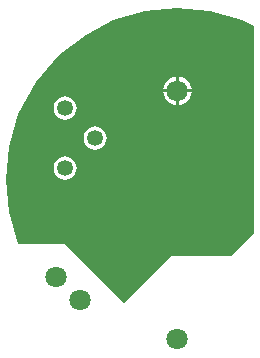
<source format=gbl>
%FSLAX25Y25*%
%MOIN*%
G70*
G01*
G75*
G04 Layer_Physical_Order=2*
G04 Layer_Color=16711680*
%ADD10C,0.01000*%
G04:AMPARAMS|DCode=11|XSize=31.5mil|YSize=98.43mil|CornerRadius=0mil|HoleSize=0mil|Usage=FLASHONLY|Rotation=45.000|XOffset=0mil|YOffset=0mil|HoleType=Round|Shape=Rectangle|*
%AMROTATEDRECTD11*
4,1,4,0.02366,-0.04593,-0.04593,0.02366,-0.02366,0.04593,0.04593,-0.02366,0.02366,-0.04593,0.0*
%
%ADD11ROTATEDRECTD11*%

G04:AMPARAMS|DCode=12|XSize=31.5mil|YSize=70.87mil|CornerRadius=0mil|HoleSize=0mil|Usage=FLASHONLY|Rotation=45.000|XOffset=0mil|YOffset=0mil|HoleType=Round|Shape=Rectangle|*
%AMROTATEDRECTD12*
4,1,4,0.01392,-0.03619,-0.03619,0.01392,-0.01392,0.03619,0.03619,-0.01392,0.01392,-0.03619,0.0*
%
%ADD12ROTATEDRECTD12*%

G04:AMPARAMS|DCode=13|XSize=86.61mil|YSize=118.11mil|CornerRadius=0mil|HoleSize=0mil|Usage=FLASHONLY|Rotation=45.000|XOffset=0mil|YOffset=0mil|HoleType=Round|Shape=Rectangle|*
%AMROTATEDRECTD13*
4,1,4,0.01114,-0.07238,-0.07238,0.01114,-0.01114,0.07238,0.07238,-0.01114,0.01114,-0.07238,0.0*
%
%ADD13ROTATEDRECTD13*%

%ADD14R,0.07874X0.06299*%
%ADD15R,0.03937X0.05512*%
G04:AMPARAMS|DCode=16|XSize=70.87mil|YSize=47.24mil|CornerRadius=0mil|HoleSize=0mil|Usage=FLASHONLY|Rotation=315.000|XOffset=0mil|YOffset=0mil|HoleType=Round|Shape=Rectangle|*
%AMROTATEDRECTD16*
4,1,4,-0.04176,0.00835,-0.00835,0.04176,0.04176,-0.00835,0.00835,-0.04176,-0.04176,0.00835,0.0*
%
%ADD16ROTATEDRECTD16*%

%ADD17R,0.04528X0.09449*%
G04:AMPARAMS|DCode=18|XSize=55.12mil|YSize=39.37mil|CornerRadius=0mil|HoleSize=0mil|Usage=FLASHONLY|Rotation=135.000|XOffset=0mil|YOffset=0mil|HoleType=Round|Shape=Rectangle|*
%AMROTATEDRECTD18*
4,1,4,0.03341,-0.00557,0.00557,-0.03341,-0.03341,0.00557,-0.00557,0.03341,0.03341,-0.00557,0.0*
%
%ADD18ROTATEDRECTD18*%

%ADD19R,0.05512X0.03937*%
%ADD20R,0.09449X0.04528*%
%ADD21C,0.01969*%
%ADD22C,0.03937*%
%ADD23C,0.07087*%
%ADD24C,0.00984*%
%ADD25C,0.02953*%
%ADD26C,0.07087*%
%ADD27C,0.31496*%
%ADD28C,0.05315*%
%ADD29C,0.04331*%
%ADD30C,0.47244*%
G36*
X10827Y56102D02*
X21654Y53150D01*
X25591Y51181D01*
Y-17717D01*
X17717Y-25591D01*
X-1969D01*
X-17717Y-41339D01*
X-37402Y-21654D01*
X-53150D01*
X-56102Y-10827D01*
X-57087Y0D01*
X-56102Y10827D01*
X-53150Y21654D01*
X-47244Y32480D01*
X-39370Y41339D01*
X-30512Y48228D01*
X-21654Y53150D01*
X-10827Y56102D01*
X0Y57087D01*
X10827Y56102D01*
D02*
G37*
%LPC*%
G36*
X-37402Y27651D02*
X-38404Y27519D01*
X-39337Y27132D01*
X-40139Y26517D01*
X-40755Y25715D01*
X-41141Y24782D01*
X-41273Y23779D01*
X-41141Y22777D01*
X-40755Y21844D01*
X-40139Y21042D01*
X-39337Y20426D01*
X-38404Y20040D01*
X-37402Y19908D01*
X-36399Y20040D01*
X-35466Y20426D01*
X-34664Y21042D01*
X-34049Y21844D01*
X-33662Y22777D01*
X-33530Y23779D01*
X-33662Y24782D01*
X-34049Y25715D01*
X-34664Y26517D01*
X-35466Y27132D01*
X-36399Y27519D01*
X-37402Y27651D01*
D02*
G37*
G36*
X-27402Y17651D02*
X-28404Y17519D01*
X-29337Y17132D01*
X-30139Y16517D01*
X-30755Y15715D01*
X-31141Y14782D01*
X-31273Y13780D01*
X-31141Y12777D01*
X-30755Y11844D01*
X-30139Y11042D01*
X-29337Y10426D01*
X-28404Y10040D01*
X-27402Y9908D01*
X-26399Y10040D01*
X-25466Y10426D01*
X-24664Y11042D01*
X-24049Y11844D01*
X-23662Y12777D01*
X-23530Y13780D01*
X-23662Y14782D01*
X-24049Y15715D01*
X-24664Y16517D01*
X-25466Y17132D01*
X-26399Y17519D01*
X-27402Y17651D01*
D02*
G37*
G36*
X-37402Y7651D02*
X-38404Y7519D01*
X-39337Y7132D01*
X-40139Y6517D01*
X-40755Y5715D01*
X-41141Y4782D01*
X-41273Y3779D01*
X-41141Y2778D01*
X-40755Y1844D01*
X-40139Y1042D01*
X-39337Y427D01*
X-38404Y40D01*
X-37402Y-92D01*
X-36399Y40D01*
X-35466Y427D01*
X-34664Y1042D01*
X-34049Y1844D01*
X-33662Y2778D01*
X-33530Y3779D01*
X-33662Y4782D01*
X-34049Y5715D01*
X-34664Y6517D01*
X-35466Y7132D01*
X-36399Y7519D01*
X-37402Y7651D01*
D02*
G37*
G36*
X-492Y34228D02*
X-1233Y34130D01*
X-2383Y33654D01*
X-3370Y32897D01*
X-4127Y31910D01*
X-4603Y30761D01*
X-4700Y30020D01*
X-492D01*
Y34228D01*
D02*
G37*
G36*
X492D02*
Y30020D01*
X4700D01*
X4603Y30761D01*
X4127Y31910D01*
X3370Y32897D01*
X2383Y33654D01*
X1233Y34130D01*
X492Y34228D01*
D02*
G37*
G36*
X-492Y29035D02*
X-4700D01*
X-4603Y28294D01*
X-4127Y27145D01*
X-3370Y26158D01*
X-2383Y25401D01*
X-1233Y24925D01*
X-492Y24827D01*
Y29035D01*
D02*
G37*
G36*
X4700D02*
X492D01*
Y24827D01*
X1233Y24925D01*
X2383Y25401D01*
X3370Y26158D01*
X4127Y27145D01*
X4603Y28294D01*
X4700Y29035D01*
D02*
G37*
%LPD*%
D26*
X0Y29528D02*
D03*
X-32480Y-40354D02*
D03*
X-40354Y-32480D02*
D03*
X0Y-53150D02*
D03*
D28*
X-37402Y23779D02*
D03*
X-27402Y13780D02*
D03*
X-37402Y3779D02*
D03*
D29*
X8858Y-8858D02*
D03*
X-8858D02*
D03*
Y8858D02*
D03*
X8858D02*
D03*
X12795Y0D02*
D03*
X-12795D02*
D03*
X0Y-12795D02*
D03*
Y12795D02*
D03*
X-12795Y-30512D02*
D03*
D30*
X0Y0D02*
D03*
M02*

</source>
